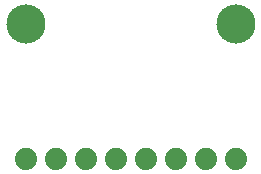
<source format=gbr>
G04 EAGLE Gerber RS-274X export*
G75*
%MOMM*%
%FSLAX34Y34*%
%LPD*%
%INSoldermask Bottom*%
%IPPOS*%
%AMOC8*
5,1,8,0,0,1.08239X$1,22.5*%
G01*
%ADD10C,1.879600*%
%ADD11C,3.317600*%


D10*
X25400Y25400D03*
X50800Y25400D03*
X76200Y25400D03*
X101600Y25400D03*
X127000Y25400D03*
X152400Y25400D03*
X177800Y25400D03*
X203200Y25400D03*
D11*
X25400Y139700D03*
X203200Y139700D03*
M02*

</source>
